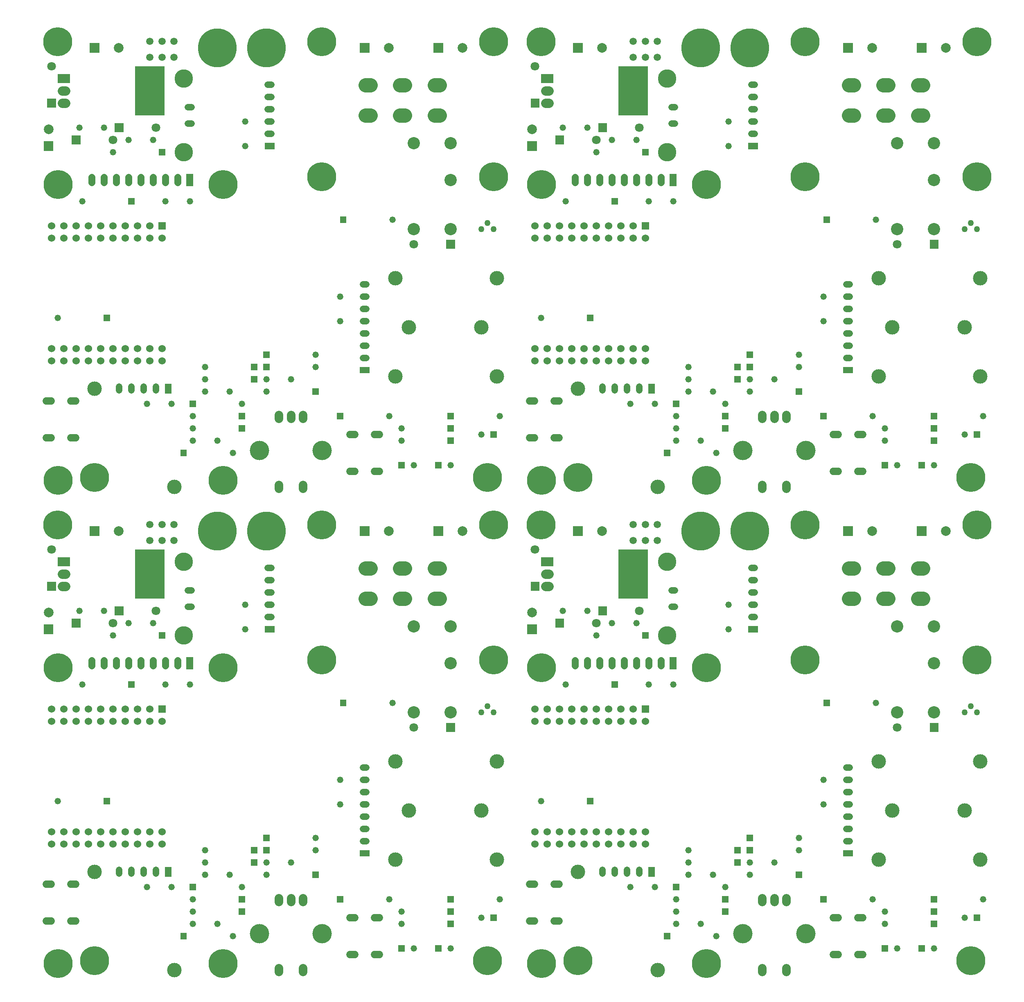
<source format=gbs>
%FSLAX24Y24*%
%MOIN*%
%ADD10C,0.0500*%
%ADD11C,0.0520*%
%ADD12C,0.0550*%
%ADD13C,0.0591*%
%ADD14C,0.0600*%
%ADD15C,0.0700*%
%ADD16C,0.0709*%
%ADD17C,0.0750*%
%ADD18C,0.0787*%
%ADD19C,0.1000*%
%ADD20C,0.1181*%
%ADD21C,0.1500*%
%ADD22C,0.1575*%
%ADD23C,0.2362*%
%ADD24C,0.3150*%
D10*
G01X37500Y22250D03*
X36500Y22250D03*
X37000Y22750D03*
X76870Y22250D03*
X75870Y22250D03*
X76370Y22750D03*
X37500Y61620D03*
X36500Y61620D03*
X37000Y62120D03*
X76870Y61620D03*
X75870Y61620D03*
X76370Y62120D03*
D11*
G01X17000Y8000D03*
X2000Y15000D03*
X17250Y31000D03*
X17250Y29000D03*
X5750Y30500D03*
X3750Y30500D03*
X4000Y24500D03*
X26860Y16750D02*
X27140Y16750D01*
X26860Y15750D02*
X27140Y15750D01*
X26860Y11750D02*
X27140Y11750D01*
X26860Y13750D02*
X27140Y13750D01*
X26860Y17750D02*
X27140Y17750D01*
X26860Y14750D02*
X27140Y14750D01*
X26860Y12750D02*
X27140Y12750D01*
X38000Y7000D03*
X23000Y12000D03*
X10750Y24500D03*
X12750Y24500D03*
X9250Y8000D03*
X11250Y8000D03*
X16250Y4000D03*
X34000Y3000D03*
X14000Y10000D03*
X7750Y29500D03*
X9750Y29500D03*
X7000Y9110D02*
X7000Y9390D01*
X8000Y9110D02*
X8000Y9390D01*
X10000Y9110D02*
X10000Y9390D01*
X9000Y9110D02*
X9000Y9390D01*
X25000Y16750D03*
X25000Y14750D03*
X23000Y11000D03*
X29250Y23000D03*
X29000Y7000D03*
X13000Y7000D03*
X36500Y5500D03*
X6500Y28500D03*
X14000Y11000D03*
X13000Y6000D03*
X30000Y6000D03*
X16000Y9000D03*
X14000Y9000D03*
X31000Y3000D03*
X19000Y9000D03*
X21000Y10000D03*
X19000Y10000D03*
X30000Y5000D03*
X12610Y30825D02*
X12890Y30825D01*
X19110Y30000D02*
X19390Y30000D01*
X12610Y32175D02*
X12890Y32175D01*
X19110Y33000D02*
X19390Y33000D01*
X19110Y31000D02*
X19390Y31000D01*
X19110Y34000D02*
X19390Y34000D01*
X19110Y32000D02*
X19390Y32000D01*
X15000Y5000D03*
X13000Y5000D03*
X56370Y8000D03*
X41370Y15000D03*
X56620Y31000D03*
X56620Y29000D03*
X45120Y30500D03*
X43120Y30500D03*
X43370Y24500D03*
X66230Y16750D02*
X66510Y16750D01*
X66230Y15750D02*
X66510Y15750D01*
X66230Y11750D02*
X66510Y11750D01*
X66230Y13750D02*
X66510Y13750D01*
X66230Y17750D02*
X66510Y17750D01*
X66230Y14750D02*
X66510Y14750D01*
X66230Y12750D02*
X66510Y12750D01*
X77370Y7000D03*
X62370Y12000D03*
X50120Y24500D03*
X52120Y24500D03*
X48620Y8000D03*
X50620Y8000D03*
X55620Y4000D03*
X73370Y3000D03*
X53370Y10000D03*
X47120Y29500D03*
X49120Y29500D03*
X46370Y9110D02*
X46370Y9390D01*
X47370Y9110D02*
X47370Y9390D01*
X49370Y9110D02*
X49370Y9390D01*
X48370Y9110D02*
X48370Y9390D01*
X64370Y16750D03*
X64370Y14750D03*
X62370Y11000D03*
X68620Y23000D03*
X68370Y7000D03*
X52370Y7000D03*
X75870Y5500D03*
X45870Y28500D03*
X53370Y11000D03*
X52370Y6000D03*
X69370Y6000D03*
X55370Y9000D03*
X53370Y9000D03*
X70370Y3000D03*
X58370Y9000D03*
X60370Y10000D03*
X58370Y10000D03*
X69370Y5000D03*
X51980Y30825D02*
X52260Y30825D01*
X58480Y30000D02*
X58760Y30000D01*
X51980Y32175D02*
X52260Y32175D01*
X58480Y33000D02*
X58760Y33000D01*
X58480Y31000D02*
X58760Y31000D01*
X58480Y34000D02*
X58760Y34000D01*
X58480Y32000D02*
X58760Y32000D01*
X54370Y5000D03*
X52370Y5000D03*
X17000Y47370D03*
X2000Y54370D03*
X17250Y70370D03*
X17250Y68370D03*
X5750Y69870D03*
X3750Y69870D03*
X4000Y63870D03*
X26860Y56120D02*
X27140Y56120D01*
X26860Y55120D02*
X27140Y55120D01*
X26860Y51120D02*
X27140Y51120D01*
X26860Y53120D02*
X27140Y53120D01*
X26860Y57120D02*
X27140Y57120D01*
X26860Y54120D02*
X27140Y54120D01*
X26860Y52120D02*
X27140Y52120D01*
X38000Y46370D03*
X23000Y51370D03*
X10750Y63870D03*
X12750Y63870D03*
X9250Y47370D03*
X11250Y47370D03*
X16250Y43370D03*
X34000Y42370D03*
X14000Y49370D03*
X7750Y68870D03*
X9750Y68870D03*
X7000Y48480D02*
X7000Y48760D01*
X8000Y48480D02*
X8000Y48760D01*
X10000Y48480D02*
X10000Y48760D01*
X9000Y48480D02*
X9000Y48760D01*
X25000Y56120D03*
X25000Y54120D03*
X23000Y50370D03*
X29250Y62370D03*
X29000Y46370D03*
X13000Y46370D03*
X36500Y44870D03*
X6500Y67870D03*
X14000Y50370D03*
X13000Y45370D03*
X30000Y45370D03*
X16000Y48370D03*
X14000Y48370D03*
X31000Y42370D03*
X19000Y48370D03*
X21000Y49370D03*
X19000Y49370D03*
X30000Y44370D03*
X12610Y70195D02*
X12890Y70195D01*
X19110Y69370D02*
X19390Y69370D01*
X12610Y71545D02*
X12890Y71545D01*
X19110Y72370D02*
X19390Y72370D01*
X19110Y70370D02*
X19390Y70370D01*
X19110Y73370D02*
X19390Y73370D01*
X19110Y71370D02*
X19390Y71370D01*
X15000Y44370D03*
X13000Y44370D03*
X56370Y47370D03*
X41370Y54370D03*
X56620Y70370D03*
X56620Y68370D03*
X45120Y69870D03*
X43120Y69870D03*
X43370Y63870D03*
X66230Y56120D02*
X66510Y56120D01*
X66230Y55120D02*
X66510Y55120D01*
X66230Y51120D02*
X66510Y51120D01*
X66230Y53120D02*
X66510Y53120D01*
X66230Y57120D02*
X66510Y57120D01*
X66230Y54120D02*
X66510Y54120D01*
X66230Y52120D02*
X66510Y52120D01*
X77370Y46370D03*
X62370Y51370D03*
X50120Y63870D03*
X52120Y63870D03*
X48620Y47370D03*
X50620Y47370D03*
X55620Y43370D03*
X73370Y42370D03*
X53370Y49370D03*
X47120Y68870D03*
X49120Y68870D03*
X46370Y48480D02*
X46370Y48760D01*
X47370Y48480D02*
X47370Y48760D01*
X49370Y48480D02*
X49370Y48760D01*
X48370Y48480D02*
X48370Y48760D01*
X64370Y56120D03*
X64370Y54120D03*
X62370Y50370D03*
X68620Y62370D03*
X68370Y46370D03*
X52370Y46370D03*
X75870Y44870D03*
X45870Y67870D03*
X53370Y50370D03*
X52370Y45370D03*
X69370Y45370D03*
X55370Y48370D03*
X53370Y48370D03*
X70370Y42370D03*
X58370Y48370D03*
X60370Y49370D03*
X58370Y49370D03*
X69370Y44370D03*
X51980Y70195D02*
X52260Y70195D01*
X58480Y69370D02*
X58760Y69370D01*
X51980Y71545D02*
X52260Y71545D01*
X58480Y72370D02*
X58760Y72370D01*
X58480Y70370D02*
X58760Y70370D01*
X58480Y73370D02*
X58760Y73370D01*
X58480Y71370D02*
X58760Y71370D01*
X54370Y44370D03*
X52370Y44370D03*
D12*
G01X10750Y26025D02*
X10750Y26475D01*
X11750Y26025D02*
X11750Y26475D01*
X5750Y26025D02*
X5750Y26475D01*
X9750Y26025D02*
X9750Y26475D01*
X7750Y26025D02*
X7750Y26475D01*
X4750Y26025D02*
X4750Y26475D01*
X8750Y26025D02*
X8750Y26475D01*
X6750Y26025D02*
X6750Y26475D01*
X50120Y26025D02*
X50120Y26475D01*
X51120Y26025D02*
X51120Y26475D01*
X45120Y26025D02*
X45120Y26475D01*
X49120Y26025D02*
X49120Y26475D01*
X47120Y26025D02*
X47120Y26475D01*
X44120Y26025D02*
X44120Y26475D01*
X48120Y26025D02*
X48120Y26475D01*
X46120Y26025D02*
X46120Y26475D01*
X10750Y65395D02*
X10750Y65845D01*
X11750Y65395D02*
X11750Y65845D01*
X5750Y65395D02*
X5750Y65845D01*
X9750Y65395D02*
X9750Y65845D01*
X7750Y65395D02*
X7750Y65845D01*
X4750Y65395D02*
X4750Y65845D01*
X8750Y65395D02*
X8750Y65845D01*
X6750Y65395D02*
X6750Y65845D01*
X50120Y65395D02*
X50120Y65845D01*
X51120Y65395D02*
X51120Y65845D01*
X45120Y65395D02*
X45120Y65845D01*
X49120Y65395D02*
X49120Y65845D01*
X47120Y65395D02*
X47120Y65845D01*
X44120Y65395D02*
X44120Y65845D01*
X48120Y65395D02*
X48120Y65845D01*
X46120Y65395D02*
X46120Y65845D01*
D13*
G01X11469Y36250D03*
X11469Y37549D03*
X10484Y36250D03*
X9500Y36250D03*
X9500Y37549D03*
X10484Y37549D03*
X50839Y36250D03*
X50839Y37549D03*
X49854Y36250D03*
X48870Y36250D03*
X48870Y37549D03*
X49854Y37549D03*
X11469Y75620D03*
X11469Y76919D03*
X10484Y75620D03*
X9500Y75620D03*
X9500Y76919D03*
X10484Y76919D03*
X50839Y75620D03*
X50839Y76919D03*
X49854Y75620D03*
X48870Y75620D03*
X48870Y76919D03*
X49854Y76919D03*
D14*
G01X3450Y5250D02*
X3050Y5250D01*
X3450Y8250D02*
X3050Y8250D01*
X1450Y5250D02*
X1050Y5250D01*
X1450Y8250D02*
X1050Y8250D01*
X4500Y21500D03*
X9500Y21500D03*
X9500Y12500D03*
X7500Y12500D03*
X7500Y11500D03*
X8500Y11500D03*
X5500Y22500D03*
X4500Y11500D03*
X8500Y12500D03*
X1500Y21500D03*
X6500Y11500D03*
X10500Y21500D03*
X8500Y22500D03*
X3500Y21500D03*
X2500Y21500D03*
X10500Y11500D03*
X1500Y12500D03*
X5500Y12500D03*
X8500Y21500D03*
X4500Y12500D03*
X7500Y22500D03*
X7500Y21500D03*
X9500Y11500D03*
X2500Y12500D03*
X9500Y22500D03*
X6500Y21500D03*
X4500Y22500D03*
X6500Y22500D03*
X3500Y22500D03*
X3500Y11500D03*
X1500Y11500D03*
X6500Y12500D03*
X5500Y21500D03*
X3500Y12500D03*
X2500Y22500D03*
X5500Y11500D03*
X2500Y11500D03*
X10500Y12500D03*
X1500Y22500D03*
X28200Y2500D02*
X27800Y2500D01*
X28200Y5500D02*
X27800Y5500D01*
X26200Y2500D02*
X25800Y2500D01*
X26200Y5500D02*
X25800Y5500D01*
X42820Y5250D02*
X42420Y5250D01*
X42820Y8250D02*
X42420Y8250D01*
X40820Y5250D02*
X40420Y5250D01*
X40820Y8250D02*
X40420Y8250D01*
X43870Y21500D03*
X48870Y21500D03*
X48870Y12500D03*
X46870Y12500D03*
X46870Y11500D03*
X47870Y11500D03*
X44870Y22500D03*
X43870Y11500D03*
X47870Y12500D03*
X40870Y21500D03*
X45870Y11500D03*
X49870Y21500D03*
X47870Y22500D03*
X42870Y21500D03*
X41870Y21500D03*
X49870Y11500D03*
X40870Y12500D03*
X44870Y12500D03*
X47870Y21500D03*
X43870Y12500D03*
X46870Y22500D03*
X46870Y21500D03*
X48870Y11500D03*
X41870Y12500D03*
X48870Y22500D03*
X45870Y21500D03*
X43870Y22500D03*
X45870Y22500D03*
X42870Y22500D03*
X42870Y11500D03*
X40870Y11500D03*
X45870Y12500D03*
X44870Y21500D03*
X42870Y12500D03*
X41870Y22500D03*
X44870Y11500D03*
X41870Y11500D03*
X49870Y12500D03*
X40870Y22500D03*
X67570Y2500D02*
X67170Y2500D01*
X67570Y5500D02*
X67170Y5500D01*
X65570Y2500D02*
X65170Y2500D01*
X65570Y5500D02*
X65170Y5500D01*
X3450Y44620D02*
X3050Y44620D01*
X3450Y47620D02*
X3050Y47620D01*
X1450Y44620D02*
X1050Y44620D01*
X1450Y47620D02*
X1050Y47620D01*
X4500Y60870D03*
X9500Y60870D03*
X9500Y51870D03*
X7500Y51870D03*
X7500Y50870D03*
X8500Y50870D03*
X5500Y61870D03*
X4500Y50870D03*
X8500Y51870D03*
X1500Y60870D03*
X6500Y50870D03*
X10500Y60870D03*
X8500Y61870D03*
X3500Y60870D03*
X2500Y60870D03*
X10500Y50870D03*
X1500Y51870D03*
X5500Y51870D03*
X8500Y60870D03*
X4500Y51870D03*
X7500Y61870D03*
X7500Y60870D03*
X9500Y50870D03*
X2500Y51870D03*
X9500Y61870D03*
X6500Y60870D03*
X4500Y61870D03*
X6500Y61870D03*
X3500Y61870D03*
X3500Y50870D03*
X1500Y50870D03*
X6500Y51870D03*
X5500Y60870D03*
X3500Y51870D03*
X2500Y61870D03*
X5500Y50870D03*
X2500Y50870D03*
X10500Y51870D03*
X1500Y61870D03*
X28200Y41870D02*
X27800Y41870D01*
X28200Y44870D02*
X27800Y44870D01*
X26200Y41870D02*
X25800Y41870D01*
X26200Y44870D02*
X25800Y44870D01*
X42820Y44620D02*
X42420Y44620D01*
X42820Y47620D02*
X42420Y47620D01*
X40820Y44620D02*
X40420Y44620D01*
X40820Y47620D02*
X40420Y47620D01*
X43870Y60870D03*
X48870Y60870D03*
X48870Y51870D03*
X46870Y51870D03*
X46870Y50870D03*
X47870Y50870D03*
X44870Y61870D03*
X43870Y50870D03*
X47870Y51870D03*
X40870Y60870D03*
X45870Y50870D03*
X49870Y60870D03*
X47870Y61870D03*
X42870Y60870D03*
X41870Y60870D03*
X49870Y50870D03*
X40870Y51870D03*
X44870Y51870D03*
X47870Y60870D03*
X43870Y51870D03*
X46870Y61870D03*
X46870Y60870D03*
X48870Y50870D03*
X41870Y51870D03*
X48870Y61870D03*
X45870Y60870D03*
X43870Y61870D03*
X45870Y61870D03*
X42870Y61870D03*
X42870Y50870D03*
X40870Y50870D03*
X45870Y51870D03*
X44870Y60870D03*
X42870Y51870D03*
X41870Y61870D03*
X44870Y50870D03*
X41870Y50870D03*
X49870Y51870D03*
X40870Y61870D03*
X67570Y41870D02*
X67170Y41870D01*
X67570Y44870D02*
X67170Y44870D01*
X65570Y41870D02*
X65170Y41870D01*
X65570Y44870D02*
X65170Y44870D01*
D15*
G01X20000Y7109D02*
X20000Y6809D01*
X21969Y7109D02*
X21969Y6809D01*
X20000Y1400D02*
X20000Y1100D01*
X21969Y1400D02*
X21969Y1100D01*
X20984Y7109D02*
X20984Y6809D01*
X59370Y7109D02*
X59370Y6809D01*
X61339Y7109D02*
X61339Y6809D01*
X59370Y1400D02*
X59370Y1100D01*
X61339Y1400D02*
X61339Y1100D01*
X60354Y7109D02*
X60354Y6809D01*
X20000Y46479D02*
X20000Y46179D01*
X21969Y46479D02*
X21969Y46179D01*
X20000Y40770D02*
X20000Y40470D01*
X21969Y40770D02*
X21969Y40470D01*
X20984Y46479D02*
X20984Y46179D01*
X59370Y46479D02*
X59370Y46179D01*
X61339Y46479D02*
X61339Y46179D01*
X59370Y40770D02*
X59370Y40470D01*
X61339Y40770D02*
X61339Y40470D01*
X60354Y46479D02*
X60354Y46179D01*
D16*
G01X31000Y21000D03*
X10000Y30500D03*
X6500Y29500D03*
X1500Y35500D03*
X70370Y21000D03*
X49370Y30500D03*
X45870Y29500D03*
X40870Y35500D03*
X31000Y60370D03*
X10000Y69870D03*
X6500Y68870D03*
X1500Y74870D03*
X70370Y60370D03*
X49370Y69870D03*
X45870Y68870D03*
X40870Y74870D03*
D17*
G01X2625Y32500D02*
X2375Y32500D01*
X2625Y33500D02*
X2375Y33500D01*
X41995Y32500D02*
X41745Y32500D01*
X41995Y33500D02*
X41745Y33500D01*
X2625Y71870D02*
X2375Y71870D01*
X2625Y72870D02*
X2375Y72870D01*
X41995Y71870D02*
X41745Y71870D01*
X41995Y72870D02*
X41745Y72870D01*
D18*
G01X1250Y30378D03*
X28969Y37000D03*
X34968Y37000D03*
X6969Y37000D03*
X40620Y30378D03*
X68339Y37000D03*
X74339Y37000D03*
X46339Y37000D03*
X1250Y69748D03*
X28969Y76370D03*
X34968Y76370D03*
X6969Y76370D03*
X40620Y69748D03*
X68339Y76370D03*
X74339Y76370D03*
X46339Y76370D03*
D19*
G01X34000Y22250D03*
X31000Y22250D03*
X31000Y29250D03*
X34000Y29250D03*
X34000Y26250D03*
X73370Y22250D03*
X70370Y22250D03*
X70370Y29250D03*
X73370Y29250D03*
X73370Y26250D03*
X34000Y61620D03*
X31000Y61620D03*
X31000Y68620D03*
X34000Y68620D03*
X34000Y65620D03*
X73370Y61620D03*
X70370Y61620D03*
X70370Y68620D03*
X73370Y68620D03*
X73370Y65620D03*
D20*
G01X36500Y14250D03*
X30594Y14250D03*
X29500Y10250D03*
X37750Y18250D03*
X37750Y10250D03*
X29500Y18250D03*
X11500Y1250D03*
X5000Y9250D03*
X27447Y33980D02*
X27053Y33980D01*
X33085Y31500D02*
X32691Y31500D01*
X30266Y31500D02*
X29872Y31500D01*
X30266Y33980D02*
X29872Y33980D01*
X27447Y31500D02*
X27053Y31500D01*
X33085Y33980D02*
X32691Y33980D01*
X75870Y14250D03*
X69965Y14250D03*
X68870Y10250D03*
X77120Y18250D03*
X77120Y10250D03*
X68870Y18250D03*
X50870Y1250D03*
X44370Y9250D03*
X66817Y33980D02*
X66423Y33980D01*
X72455Y31500D02*
X72061Y31500D01*
X69636Y31500D02*
X69242Y31500D01*
X69636Y33980D02*
X69242Y33980D01*
X66817Y31500D02*
X66423Y31500D01*
X72455Y33980D02*
X72061Y33980D01*
X36500Y53620D03*
X30594Y53620D03*
X29500Y49620D03*
X37750Y57620D03*
X37750Y49620D03*
X29500Y57620D03*
X11500Y40620D03*
X5000Y48620D03*
X27447Y73350D02*
X27053Y73350D01*
X33085Y70870D02*
X32691Y70870D01*
X30266Y70870D02*
X29872Y70870D01*
X30266Y73350D02*
X29872Y73350D01*
X27447Y70870D02*
X27053Y70870D01*
X33085Y73350D02*
X32691Y73350D01*
X75870Y53620D03*
X69965Y53620D03*
X68870Y49620D03*
X77120Y57620D03*
X77120Y49620D03*
X68870Y57620D03*
X50870Y40620D03*
X44370Y48620D03*
X66817Y73350D02*
X66423Y73350D01*
X72455Y70870D02*
X72061Y70870D01*
X69636Y70870D02*
X69242Y70870D01*
X69636Y73350D02*
X69242Y73350D01*
X66817Y70870D02*
X66423Y70870D01*
X72455Y73350D02*
X72061Y73350D01*
D21*
G01X12250Y28500D03*
X12250Y34500D03*
X51620Y28500D03*
X51620Y34500D03*
X12250Y67870D03*
X12250Y73870D03*
X51620Y67870D03*
X51620Y73870D03*
D22*
G01X18425Y4203D03*
X23543Y4203D03*
X57795Y4203D03*
X62913Y4203D03*
X18425Y43573D03*
X23543Y43573D03*
X57795Y43573D03*
X62913Y43573D03*
D23*
G01X23500Y26500D03*
X37500Y26500D03*
X37000Y2000D03*
X23500Y37500D03*
X2037Y25856D03*
X2037Y1762D03*
X15463Y1762D03*
X15463Y25856D03*
X37500Y37500D03*
X5000Y2000D03*
X2000Y37500D03*
X62870Y26500D03*
X76870Y26500D03*
X76370Y2000D03*
X62870Y37500D03*
X41407Y25856D03*
X41407Y1762D03*
X54833Y1762D03*
X54833Y25856D03*
X76870Y37500D03*
X44370Y2000D03*
X41370Y37500D03*
X23500Y65870D03*
X37500Y65870D03*
X37000Y41370D03*
X23500Y76870D03*
X2037Y65226D03*
X2037Y41132D03*
X15463Y41132D03*
X15463Y65226D03*
X37500Y76870D03*
X5000Y41370D03*
X2000Y76870D03*
X62870Y65870D03*
X76870Y65870D03*
X76370Y41370D03*
X62870Y76870D03*
X41407Y65226D03*
X41407Y41132D03*
X54833Y41132D03*
X54833Y65226D03*
X76870Y76870D03*
X44370Y41370D03*
X41370Y76870D03*
D24*
G01X15000Y37000D03*
X19000Y37000D03*
X54370Y37000D03*
X58370Y37000D03*
X15000Y76370D03*
X19000Y76370D03*
X54370Y76370D03*
X58370Y76370D03*
G36*
X33645Y20645D02*
X34354Y20645D01*
X34354Y21354D01*
X33645Y21354D01*
X33645Y20645D01*
G37*
G36*
X13260Y8260D02*
X12740Y8260D01*
X12740Y7740D01*
X13260Y7740D01*
X13260Y8260D01*
G37*
G36*
X5740Y14740D02*
X6260Y14740D01*
X6260Y15260D01*
X5740Y15260D01*
X5740Y14740D01*
G37*
G36*
X856Y29393D02*
X856Y28606D01*
X1643Y28606D01*
X1643Y29393D01*
X856Y29393D01*
G37*
G36*
X7740Y24240D02*
X8260Y24240D01*
X8260Y24760D01*
X7740Y24760D01*
X7740Y24240D01*
G37*
G36*
X26600Y10490D02*
X27400Y10490D01*
X27400Y11010D01*
X26600Y11010D01*
X26600Y10490D01*
G37*
G36*
X34260Y7260D02*
X33740Y7260D01*
X33740Y6740D01*
X34260Y6740D01*
X34260Y7260D01*
G37*
G36*
X27393Y37393D02*
X26606Y37393D01*
X26606Y36606D01*
X27393Y36606D01*
X27393Y37393D01*
G37*
G36*
X19260Y12260D02*
X18740Y12260D01*
X18740Y11740D01*
X19260Y11740D01*
X19260Y12260D01*
G37*
G36*
X7354Y30854D02*
X6645Y30854D01*
X6645Y30145D01*
X7354Y30145D01*
X7354Y30854D01*
G37*
G36*
X12510Y4260D02*
X11990Y4260D01*
X11990Y3740D01*
X12510Y3740D01*
X12510Y4260D01*
G37*
G36*
X33260Y3260D02*
X32740Y3260D01*
X32740Y2740D01*
X33260Y2740D01*
X33260Y3260D01*
G37*
G36*
X17740Y9740D02*
X18260Y9740D01*
X18260Y10260D01*
X17740Y10260D01*
X17740Y9740D01*
G37*
G36*
X11260Y8850D02*
X11260Y9650D01*
X10740Y9650D01*
X10740Y8850D01*
X11260Y8850D01*
G37*
G36*
X10200Y22200D02*
X10800Y22200D01*
X10800Y22800D01*
X10200Y22800D01*
X10200Y22200D01*
G37*
G36*
X19260Y11260D02*
X18740Y11260D01*
X18740Y10740D01*
X19260Y10740D01*
X19260Y11260D01*
G37*
G36*
X33393Y37393D02*
X32606Y37393D01*
X32606Y36606D01*
X33393Y36606D01*
X33393Y37393D01*
G37*
G36*
X25510Y23260D02*
X24990Y23260D01*
X24990Y22740D01*
X25510Y22740D01*
X25510Y23260D01*
G37*
G36*
X25260Y7260D02*
X24740Y7260D01*
X24740Y6740D01*
X25260Y6740D01*
X25260Y7260D01*
G37*
G36*
X16740Y6740D02*
X17260Y6740D01*
X17260Y7260D01*
X16740Y7260D01*
X16740Y6740D01*
G37*
G36*
X3854Y29854D02*
X3145Y29854D01*
X3145Y29145D01*
X3854Y29145D01*
X3854Y29854D01*
G37*
G36*
X37240Y5240D02*
X37760Y5240D01*
X37760Y5760D01*
X37240Y5760D01*
X37240Y5240D01*
G37*
G36*
X10240Y28240D02*
X10760Y28240D01*
X10760Y28760D01*
X10240Y28760D01*
X10240Y28240D01*
G37*
G36*
X13025Y25750D02*
X13025Y26750D01*
X12475Y26750D01*
X12475Y25750D01*
X13025Y25750D01*
G37*
G36*
X17740Y10740D02*
X18260Y10740D01*
X18260Y11260D01*
X17740Y11260D01*
X17740Y10740D01*
G37*
G36*
X16740Y5740D02*
X17260Y5740D01*
X17260Y6260D01*
X16740Y6260D01*
X16740Y5740D01*
G37*
G36*
X1145Y32854D02*
X1145Y32145D01*
X1854Y32145D01*
X1854Y32854D01*
X1145Y32854D01*
G37*
G36*
X33740Y5740D02*
X34260Y5740D01*
X34260Y6260D01*
X33740Y6260D01*
X33740Y5740D01*
G37*
G36*
X30260Y3260D02*
X29740Y3260D01*
X29740Y2740D01*
X30260Y2740D01*
X30260Y3260D01*
G37*
G36*
X10700Y31500D02*
X10700Y35500D01*
X8300Y35500D01*
X8300Y31500D01*
X10700Y31500D01*
G37*
G36*
X3000Y34125D02*
X3000Y34875D01*
X2000Y34875D01*
X2000Y34125D01*
X3000Y34125D01*
G37*
G36*
X22740Y8740D02*
X23260Y8740D01*
X23260Y9260D01*
X22740Y9260D01*
X22740Y8740D01*
G37*
G36*
X33740Y4740D02*
X34260Y4740D01*
X34260Y5260D01*
X33740Y5260D01*
X33740Y4740D01*
G37*
G36*
X5393Y37393D02*
X4606Y37393D01*
X4606Y36606D01*
X5393Y36606D01*
X5393Y37393D01*
G37*
G36*
X18850Y29260D02*
X18850Y28740D01*
X19650Y28740D01*
X19650Y29260D01*
X18850Y29260D01*
G37*
G36*
X73015Y20645D02*
X73724Y20645D01*
X73724Y21354D01*
X73015Y21354D01*
X73015Y20645D01*
G37*
G36*
X52630Y8260D02*
X52110Y8260D01*
X52110Y7740D01*
X52630Y7740D01*
X52630Y8260D01*
G37*
G36*
X45110Y14740D02*
X45630Y14740D01*
X45630Y15260D01*
X45110Y15260D01*
X45110Y14740D01*
G37*
G36*
X40226Y29393D02*
X40226Y28606D01*
X41013Y28606D01*
X41013Y29393D01*
X40226Y29393D01*
G37*
G36*
X47110Y24240D02*
X47630Y24240D01*
X47630Y24760D01*
X47110Y24760D01*
X47110Y24240D01*
G37*
G36*
X65970Y10490D02*
X66770Y10490D01*
X66770Y11010D01*
X65970Y11010D01*
X65970Y10490D01*
G37*
G36*
X73630Y7260D02*
X73110Y7260D01*
X73110Y6740D01*
X73630Y6740D01*
X73630Y7260D01*
G37*
G36*
X66763Y37393D02*
X65976Y37393D01*
X65976Y36606D01*
X66763Y36606D01*
X66763Y37393D01*
G37*
G36*
X58630Y12260D02*
X58110Y12260D01*
X58110Y11740D01*
X58630Y11740D01*
X58630Y12260D01*
G37*
G36*
X46724Y30854D02*
X46015Y30854D01*
X46015Y30145D01*
X46724Y30145D01*
X46724Y30854D01*
G37*
G36*
X51880Y4260D02*
X51360Y4260D01*
X51360Y3740D01*
X51880Y3740D01*
X51880Y4260D01*
G37*
G36*
X72630Y3260D02*
X72110Y3260D01*
X72110Y2740D01*
X72630Y2740D01*
X72630Y3260D01*
G37*
G36*
X57110Y9740D02*
X57630Y9740D01*
X57630Y10260D01*
X57110Y10260D01*
X57110Y9740D01*
G37*
G36*
X50630Y8850D02*
X50630Y9650D01*
X50110Y9650D01*
X50110Y8850D01*
X50630Y8850D01*
G37*
G36*
X49570Y22200D02*
X50170Y22200D01*
X50170Y22800D01*
X49570Y22800D01*
X49570Y22200D01*
G37*
G36*
X58630Y11260D02*
X58110Y11260D01*
X58110Y10740D01*
X58630Y10740D01*
X58630Y11260D01*
G37*
G36*
X72763Y37393D02*
X71976Y37393D01*
X71976Y36606D01*
X72763Y36606D01*
X72763Y37393D01*
G37*
G36*
X64880Y23260D02*
X64360Y23260D01*
X64360Y22740D01*
X64880Y22740D01*
X64880Y23260D01*
G37*
G36*
X64630Y7260D02*
X64110Y7260D01*
X64110Y6740D01*
X64630Y6740D01*
X64630Y7260D01*
G37*
G36*
X56110Y6740D02*
X56630Y6740D01*
X56630Y7260D01*
X56110Y7260D01*
X56110Y6740D01*
G37*
G36*
X43224Y29854D02*
X42515Y29854D01*
X42515Y29145D01*
X43224Y29145D01*
X43224Y29854D01*
G37*
G36*
X76610Y5240D02*
X77130Y5240D01*
X77130Y5760D01*
X76610Y5760D01*
X76610Y5240D01*
G37*
G36*
X49610Y28240D02*
X50130Y28240D01*
X50130Y28760D01*
X49610Y28760D01*
X49610Y28240D01*
G37*
G36*
X52395Y25750D02*
X52395Y26750D01*
X51845Y26750D01*
X51845Y25750D01*
X52395Y25750D01*
G37*
G36*
X57110Y10740D02*
X57630Y10740D01*
X57630Y11260D01*
X57110Y11260D01*
X57110Y10740D01*
G37*
G36*
X56110Y5740D02*
X56630Y5740D01*
X56630Y6260D01*
X56110Y6260D01*
X56110Y5740D01*
G37*
G36*
X40515Y32854D02*
X40515Y32145D01*
X41224Y32145D01*
X41224Y32854D01*
X40515Y32854D01*
G37*
G36*
X73110Y5740D02*
X73630Y5740D01*
X73630Y6260D01*
X73110Y6260D01*
X73110Y5740D01*
G37*
G36*
X69630Y3260D02*
X69110Y3260D01*
X69110Y2740D01*
X69630Y2740D01*
X69630Y3260D01*
G37*
G36*
X50070Y31500D02*
X50070Y35500D01*
X47670Y35500D01*
X47670Y31500D01*
X50070Y31500D01*
G37*
G36*
X42370Y34125D02*
X42370Y34875D01*
X41370Y34875D01*
X41370Y34125D01*
X42370Y34125D01*
G37*
G36*
X62110Y8740D02*
X62630Y8740D01*
X62630Y9260D01*
X62110Y9260D01*
X62110Y8740D01*
G37*
G36*
X73110Y4740D02*
X73630Y4740D01*
X73630Y5260D01*
X73110Y5260D01*
X73110Y4740D01*
G37*
G36*
X44763Y37393D02*
X43976Y37393D01*
X43976Y36606D01*
X44763Y36606D01*
X44763Y37393D01*
G37*
G36*
X58220Y29260D02*
X58220Y28740D01*
X59020Y28740D01*
X59020Y29260D01*
X58220Y29260D01*
G37*
G36*
X33645Y60015D02*
X34354Y60015D01*
X34354Y60724D01*
X33645Y60724D01*
X33645Y60015D01*
G37*
G36*
X13260Y47630D02*
X12740Y47630D01*
X12740Y47110D01*
X13260Y47110D01*
X13260Y47630D01*
G37*
G36*
X5740Y54110D02*
X6260Y54110D01*
X6260Y54630D01*
X5740Y54630D01*
X5740Y54110D01*
G37*
G36*
X856Y68763D02*
X856Y67976D01*
X1643Y67976D01*
X1643Y68763D01*
X856Y68763D01*
G37*
G36*
X7740Y63610D02*
X8260Y63610D01*
X8260Y64130D01*
X7740Y64130D01*
X7740Y63610D01*
G37*
G36*
X26600Y49860D02*
X27400Y49860D01*
X27400Y50380D01*
X26600Y50380D01*
X26600Y49860D01*
G37*
G36*
X34260Y46630D02*
X33740Y46630D01*
X33740Y46110D01*
X34260Y46110D01*
X34260Y46630D01*
G37*
G36*
X27393Y76763D02*
X26606Y76763D01*
X26606Y75976D01*
X27393Y75976D01*
X27393Y76763D01*
G37*
G36*
X19260Y51630D02*
X18740Y51630D01*
X18740Y51110D01*
X19260Y51110D01*
X19260Y51630D01*
G37*
G36*
X7354Y70224D02*
X6645Y70224D01*
X6645Y69515D01*
X7354Y69515D01*
X7354Y70224D01*
G37*
G36*
X12510Y43630D02*
X11990Y43630D01*
X11990Y43110D01*
X12510Y43110D01*
X12510Y43630D01*
G37*
G36*
X33260Y42630D02*
X32740Y42630D01*
X32740Y42110D01*
X33260Y42110D01*
X33260Y42630D01*
G37*
G36*
X17740Y49110D02*
X18260Y49110D01*
X18260Y49630D01*
X17740Y49630D01*
X17740Y49110D01*
G37*
G36*
X11260Y48220D02*
X11260Y49020D01*
X10740Y49020D01*
X10740Y48220D01*
X11260Y48220D01*
G37*
G36*
X10200Y61570D02*
X10800Y61570D01*
X10800Y62170D01*
X10200Y62170D01*
X10200Y61570D01*
G37*
G36*
X19260Y50630D02*
X18740Y50630D01*
X18740Y50110D01*
X19260Y50110D01*
X19260Y50630D01*
G37*
G36*
X33393Y76763D02*
X32606Y76763D01*
X32606Y75976D01*
X33393Y75976D01*
X33393Y76763D01*
G37*
G36*
X25510Y62630D02*
X24990Y62630D01*
X24990Y62110D01*
X25510Y62110D01*
X25510Y62630D01*
G37*
G36*
X25260Y46630D02*
X24740Y46630D01*
X24740Y46110D01*
X25260Y46110D01*
X25260Y46630D01*
G37*
G36*
X16740Y46110D02*
X17260Y46110D01*
X17260Y46630D01*
X16740Y46630D01*
X16740Y46110D01*
G37*
G36*
X3854Y69224D02*
X3145Y69224D01*
X3145Y68515D01*
X3854Y68515D01*
X3854Y69224D01*
G37*
G36*
X37240Y44610D02*
X37760Y44610D01*
X37760Y45130D01*
X37240Y45130D01*
X37240Y44610D01*
G37*
G36*
X10240Y67610D02*
X10760Y67610D01*
X10760Y68130D01*
X10240Y68130D01*
X10240Y67610D01*
G37*
G36*
X13025Y65120D02*
X13025Y66120D01*
X12475Y66120D01*
X12475Y65120D01*
X13025Y65120D01*
G37*
G36*
X17740Y50110D02*
X18260Y50110D01*
X18260Y50630D01*
X17740Y50630D01*
X17740Y50110D01*
G37*
G36*
X16740Y45110D02*
X17260Y45110D01*
X17260Y45630D01*
X16740Y45630D01*
X16740Y45110D01*
G37*
G36*
X1145Y72224D02*
X1145Y71515D01*
X1854Y71515D01*
X1854Y72224D01*
X1145Y72224D01*
G37*
G36*
X33740Y45110D02*
X34260Y45110D01*
X34260Y45630D01*
X33740Y45630D01*
X33740Y45110D01*
G37*
G36*
X30260Y42630D02*
X29740Y42630D01*
X29740Y42110D01*
X30260Y42110D01*
X30260Y42630D01*
G37*
G36*
X10700Y70870D02*
X10700Y74870D01*
X8300Y74870D01*
X8300Y70870D01*
X10700Y70870D01*
G37*
G36*
X3000Y73495D02*
X3000Y74245D01*
X2000Y74245D01*
X2000Y73495D01*
X3000Y73495D01*
G37*
G36*
X22740Y48110D02*
X23260Y48110D01*
X23260Y48630D01*
X22740Y48630D01*
X22740Y48110D01*
G37*
G36*
X33740Y44110D02*
X34260Y44110D01*
X34260Y44630D01*
X33740Y44630D01*
X33740Y44110D01*
G37*
G36*
X5393Y76763D02*
X4606Y76763D01*
X4606Y75976D01*
X5393Y75976D01*
X5393Y76763D01*
G37*
G36*
X18850Y68630D02*
X18850Y68110D01*
X19650Y68110D01*
X19650Y68630D01*
X18850Y68630D01*
G37*
G36*
X73015Y60015D02*
X73724Y60015D01*
X73724Y60724D01*
X73015Y60724D01*
X73015Y60015D01*
G37*
G36*
X52630Y47630D02*
X52110Y47630D01*
X52110Y47110D01*
X52630Y47110D01*
X52630Y47630D01*
G37*
G36*
X45110Y54110D02*
X45630Y54110D01*
X45630Y54630D01*
X45110Y54630D01*
X45110Y54110D01*
G37*
G36*
X40226Y68763D02*
X40226Y67976D01*
X41013Y67976D01*
X41013Y68763D01*
X40226Y68763D01*
G37*
G36*
X47110Y63610D02*
X47630Y63610D01*
X47630Y64130D01*
X47110Y64130D01*
X47110Y63610D01*
G37*
G36*
X65970Y49860D02*
X66770Y49860D01*
X66770Y50380D01*
X65970Y50380D01*
X65970Y49860D01*
G37*
G36*
X73630Y46630D02*
X73110Y46630D01*
X73110Y46110D01*
X73630Y46110D01*
X73630Y46630D01*
G37*
G36*
X66763Y76763D02*
X65976Y76763D01*
X65976Y75976D01*
X66763Y75976D01*
X66763Y76763D01*
G37*
G36*
X58630Y51630D02*
X58110Y51630D01*
X58110Y51110D01*
X58630Y51110D01*
X58630Y51630D01*
G37*
G36*
X46724Y70224D02*
X46015Y70224D01*
X46015Y69515D01*
X46724Y69515D01*
X46724Y70224D01*
G37*
G36*
X51880Y43630D02*
X51360Y43630D01*
X51360Y43110D01*
X51880Y43110D01*
X51880Y43630D01*
G37*
G36*
X72630Y42630D02*
X72110Y42630D01*
X72110Y42110D01*
X72630Y42110D01*
X72630Y42630D01*
G37*
G36*
X57110Y49110D02*
X57630Y49110D01*
X57630Y49630D01*
X57110Y49630D01*
X57110Y49110D01*
G37*
G36*
X50630Y48220D02*
X50630Y49020D01*
X50110Y49020D01*
X50110Y48220D01*
X50630Y48220D01*
G37*
G36*
X49570Y61570D02*
X50170Y61570D01*
X50170Y62170D01*
X49570Y62170D01*
X49570Y61570D01*
G37*
G36*
X58630Y50630D02*
X58110Y50630D01*
X58110Y50110D01*
X58630Y50110D01*
X58630Y50630D01*
G37*
G36*
X72763Y76763D02*
X71976Y76763D01*
X71976Y75976D01*
X72763Y75976D01*
X72763Y76763D01*
G37*
G36*
X64880Y62630D02*
X64360Y62630D01*
X64360Y62110D01*
X64880Y62110D01*
X64880Y62630D01*
G37*
G36*
X64630Y46630D02*
X64110Y46630D01*
X64110Y46110D01*
X64630Y46110D01*
X64630Y46630D01*
G37*
G36*
X56110Y46110D02*
X56630Y46110D01*
X56630Y46630D01*
X56110Y46630D01*
X56110Y46110D01*
G37*
G36*
X43224Y69224D02*
X42515Y69224D01*
X42515Y68515D01*
X43224Y68515D01*
X43224Y69224D01*
G37*
G36*
X76610Y44610D02*
X77130Y44610D01*
X77130Y45130D01*
X76610Y45130D01*
X76610Y44610D01*
G37*
G36*
X49610Y67610D02*
X50130Y67610D01*
X50130Y68130D01*
X49610Y68130D01*
X49610Y67610D01*
G37*
G36*
X52395Y65120D02*
X52395Y66120D01*
X51845Y66120D01*
X51845Y65120D01*
X52395Y65120D01*
G37*
G36*
X57110Y50110D02*
X57630Y50110D01*
X57630Y50630D01*
X57110Y50630D01*
X57110Y50110D01*
G37*
G36*
X56110Y45110D02*
X56630Y45110D01*
X56630Y45630D01*
X56110Y45630D01*
X56110Y45110D01*
G37*
G36*
X40515Y72224D02*
X40515Y71515D01*
X41224Y71515D01*
X41224Y72224D01*
X40515Y72224D01*
G37*
G36*
X73110Y45110D02*
X73630Y45110D01*
X73630Y45630D01*
X73110Y45630D01*
X73110Y45110D01*
G37*
G36*
X69630Y42630D02*
X69110Y42630D01*
X69110Y42110D01*
X69630Y42110D01*
X69630Y42630D01*
G37*
G36*
X50070Y70870D02*
X50070Y74870D01*
X47670Y74870D01*
X47670Y70870D01*
X50070Y70870D01*
G37*
G36*
X42370Y73495D02*
X42370Y74245D01*
X41370Y74245D01*
X41370Y73495D01*
X42370Y73495D01*
G37*
G36*
X62110Y48110D02*
X62630Y48110D01*
X62630Y48630D01*
X62110Y48630D01*
X62110Y48110D01*
G37*
G36*
X73110Y44110D02*
X73630Y44110D01*
X73630Y44630D01*
X73110Y44630D01*
X73110Y44110D01*
G37*
G36*
X44763Y76763D02*
X43976Y76763D01*
X43976Y75976D01*
X44763Y75976D01*
X44763Y76763D01*
G37*
G36*
X58220Y68630D02*
X58220Y68110D01*
X59020Y68110D01*
X59020Y68630D01*
X58220Y68630D01*
G37*
M02*

</source>
